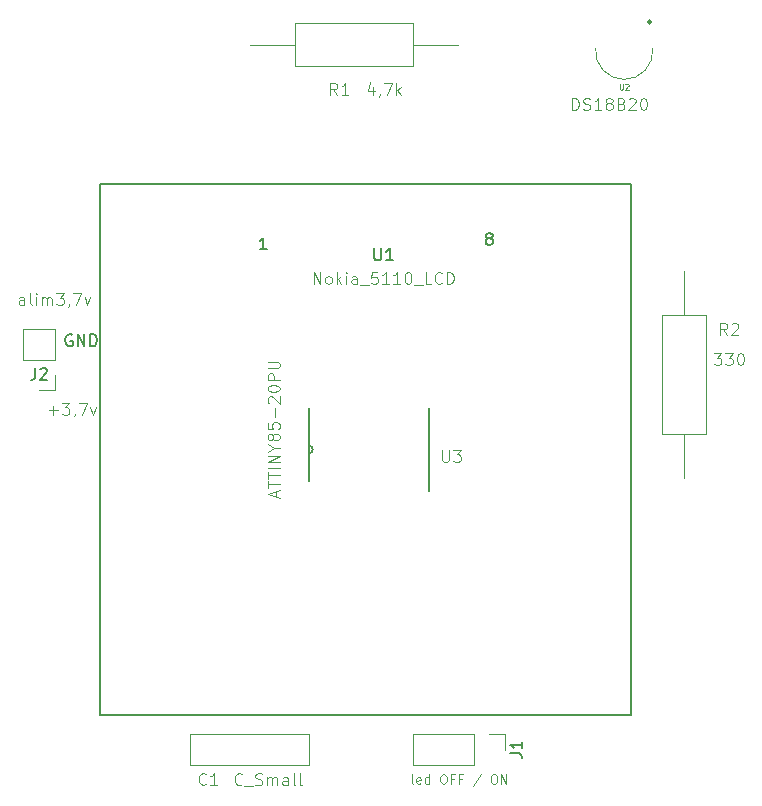
<source format=gto>
G04 #@! TF.FileFunction,Legend,Top*
%FSLAX46Y46*%
G04 Gerber Fmt 4.6, Leading zero omitted, Abs format (unit mm)*
G04 Created by KiCad (PCBNEW 4.0.7) date Sunday 09 February 2020 'à' 15:54:51*
%MOMM*%
%LPD*%
G01*
G04 APERTURE LIST*
%ADD10C,0.100000*%
%ADD11C,0.150000*%
%ADD12C,0.120000*%
%ADD13C,0.152400*%
%ADD14C,0.250000*%
%ADD15C,0.050000*%
G04 APERTURE END LIST*
D10*
X91364286Y-87991905D02*
X91288095Y-87953810D01*
X91250000Y-87877619D01*
X91250000Y-87191905D01*
X91973810Y-87953810D02*
X91897620Y-87991905D01*
X91745239Y-87991905D01*
X91669048Y-87953810D01*
X91630953Y-87877619D01*
X91630953Y-87572857D01*
X91669048Y-87496667D01*
X91745239Y-87458571D01*
X91897620Y-87458571D01*
X91973810Y-87496667D01*
X92011905Y-87572857D01*
X92011905Y-87649048D01*
X91630953Y-87725238D01*
X92697619Y-87991905D02*
X92697619Y-87191905D01*
X92697619Y-87953810D02*
X92621429Y-87991905D01*
X92469048Y-87991905D01*
X92392857Y-87953810D01*
X92354762Y-87915714D01*
X92316667Y-87839524D01*
X92316667Y-87610952D01*
X92354762Y-87534762D01*
X92392857Y-87496667D01*
X92469048Y-87458571D01*
X92621429Y-87458571D01*
X92697619Y-87496667D01*
X93840477Y-87191905D02*
X93992858Y-87191905D01*
X94069049Y-87230000D01*
X94145239Y-87306190D01*
X94183334Y-87458571D01*
X94183334Y-87725238D01*
X94145239Y-87877619D01*
X94069049Y-87953810D01*
X93992858Y-87991905D01*
X93840477Y-87991905D01*
X93764287Y-87953810D01*
X93688096Y-87877619D01*
X93650001Y-87725238D01*
X93650001Y-87458571D01*
X93688096Y-87306190D01*
X93764287Y-87230000D01*
X93840477Y-87191905D01*
X94792858Y-87572857D02*
X94526191Y-87572857D01*
X94526191Y-87991905D02*
X94526191Y-87191905D01*
X94907144Y-87191905D01*
X95478572Y-87572857D02*
X95211905Y-87572857D01*
X95211905Y-87991905D02*
X95211905Y-87191905D01*
X95592858Y-87191905D01*
X97078572Y-87153810D02*
X96392857Y-88182381D01*
X98107143Y-87191905D02*
X98259524Y-87191905D01*
X98335715Y-87230000D01*
X98411905Y-87306190D01*
X98450000Y-87458571D01*
X98450000Y-87725238D01*
X98411905Y-87877619D01*
X98335715Y-87953810D01*
X98259524Y-87991905D01*
X98107143Y-87991905D01*
X98030953Y-87953810D01*
X97954762Y-87877619D01*
X97916667Y-87725238D01*
X97916667Y-87458571D01*
X97954762Y-87306190D01*
X98030953Y-87230000D01*
X98107143Y-87191905D01*
X98792857Y-87991905D02*
X98792857Y-87191905D01*
X99250000Y-87991905D01*
X99250000Y-87191905D01*
D11*
X62478096Y-49990000D02*
X62382858Y-49942381D01*
X62240001Y-49942381D01*
X62097143Y-49990000D01*
X62001905Y-50085238D01*
X61954286Y-50180476D01*
X61906667Y-50370952D01*
X61906667Y-50513810D01*
X61954286Y-50704286D01*
X62001905Y-50799524D01*
X62097143Y-50894762D01*
X62240001Y-50942381D01*
X62335239Y-50942381D01*
X62478096Y-50894762D01*
X62525715Y-50847143D01*
X62525715Y-50513810D01*
X62335239Y-50513810D01*
X62954286Y-50942381D02*
X62954286Y-49942381D01*
X63525715Y-50942381D01*
X63525715Y-49942381D01*
X64001905Y-50942381D02*
X64001905Y-49942381D01*
X64240000Y-49942381D01*
X64382858Y-49990000D01*
X64478096Y-50085238D01*
X64525715Y-50180476D01*
X64573334Y-50370952D01*
X64573334Y-50513810D01*
X64525715Y-50704286D01*
X64478096Y-50799524D01*
X64382858Y-50894762D01*
X64240000Y-50942381D01*
X64001905Y-50942381D01*
D10*
X60487619Y-56361429D02*
X61249524Y-56361429D01*
X60868572Y-56742381D02*
X60868572Y-55980476D01*
X61630476Y-55742381D02*
X62249524Y-55742381D01*
X61916190Y-56123333D01*
X62059048Y-56123333D01*
X62154286Y-56170952D01*
X62201905Y-56218571D01*
X62249524Y-56313810D01*
X62249524Y-56551905D01*
X62201905Y-56647143D01*
X62154286Y-56694762D01*
X62059048Y-56742381D01*
X61773333Y-56742381D01*
X61678095Y-56694762D01*
X61630476Y-56647143D01*
X62725714Y-56694762D02*
X62725714Y-56742381D01*
X62678095Y-56837619D01*
X62630476Y-56885238D01*
X63059047Y-55742381D02*
X63725714Y-55742381D01*
X63297142Y-56742381D01*
X64011428Y-56075714D02*
X64249523Y-56742381D01*
X64487619Y-56075714D01*
D12*
X81350000Y-23540000D02*
X81350000Y-27260000D01*
X81350000Y-27260000D02*
X91370000Y-27260000D01*
X91370000Y-27260000D02*
X91370000Y-23540000D01*
X91370000Y-23540000D02*
X81350000Y-23540000D01*
X77580000Y-25400000D02*
X81350000Y-25400000D01*
X95140000Y-25400000D02*
X91370000Y-25400000D01*
X116160000Y-48330000D02*
X112440000Y-48330000D01*
X112440000Y-48330000D02*
X112440000Y-58350000D01*
X112440000Y-58350000D02*
X116160000Y-58350000D01*
X116160000Y-58350000D02*
X116160000Y-48330000D01*
X114300000Y-44560000D02*
X114300000Y-48330000D01*
X114300000Y-62120000D02*
X114300000Y-58350000D01*
D13*
X92710000Y-63169800D02*
X92710000Y-56210200D01*
X82550000Y-56210200D02*
X82550000Y-59385200D01*
X82550000Y-59385200D02*
X82550000Y-59994800D01*
X82550000Y-59994800D02*
X82550000Y-62357000D01*
X82550000Y-59385200D02*
G75*
G02X82550000Y-59994800I0J-304800D01*
G01*
D12*
X61020000Y-49470000D02*
X58360000Y-49470000D01*
X61020000Y-52070000D02*
X61020000Y-49470000D01*
X58360000Y-52070000D02*
X58360000Y-49470000D01*
X61020000Y-52070000D02*
X58360000Y-52070000D01*
X61020000Y-53340000D02*
X61020000Y-54670000D01*
X61020000Y-54670000D02*
X59690000Y-54670000D01*
X72450000Y-83780000D02*
X82570000Y-83780000D01*
X72450000Y-86400000D02*
X82570000Y-86400000D01*
X72450000Y-83780000D02*
X72450000Y-86400000D01*
X82570000Y-83780000D02*
X82570000Y-86400000D01*
X91380000Y-83760000D02*
X91380000Y-86420000D01*
X96520000Y-83760000D02*
X91380000Y-83760000D01*
X96520000Y-86420000D02*
X91380000Y-86420000D01*
X96520000Y-83760000D02*
X96520000Y-86420000D01*
X97790000Y-83760000D02*
X99120000Y-83760000D01*
X99120000Y-83760000D02*
X99120000Y-85090000D01*
D14*
X111495000Y-23490250D02*
G75*
G03X111495000Y-23490250I-125000J0D01*
G01*
D12*
X106800000Y-25710250D02*
G75*
G03X111640000Y-25710250I2420000J-218108D01*
G01*
D11*
X64830000Y-82210000D02*
X109830000Y-82210000D01*
X64830000Y-37210000D02*
X64830000Y-82210000D01*
X109830000Y-37210000D02*
X109830000Y-82210000D01*
X64830000Y-37210000D02*
X109830000Y-37210000D01*
D10*
X84923334Y-29662381D02*
X84590000Y-29186190D01*
X84351905Y-29662381D02*
X84351905Y-28662381D01*
X84732858Y-28662381D01*
X84828096Y-28710000D01*
X84875715Y-28757619D01*
X84923334Y-28852857D01*
X84923334Y-28995714D01*
X84875715Y-29090952D01*
X84828096Y-29138571D01*
X84732858Y-29186190D01*
X84351905Y-29186190D01*
X85875715Y-29662381D02*
X85304286Y-29662381D01*
X85590000Y-29662381D02*
X85590000Y-28662381D01*
X85494762Y-28805238D01*
X85399524Y-28900476D01*
X85304286Y-28948095D01*
X87971429Y-28995714D02*
X87971429Y-29662381D01*
X87733333Y-28614762D02*
X87495238Y-29329048D01*
X88114286Y-29329048D01*
X88542857Y-29614762D02*
X88542857Y-29662381D01*
X88495238Y-29757619D01*
X88447619Y-29805238D01*
X88876190Y-28662381D02*
X89542857Y-28662381D01*
X89114285Y-29662381D01*
X89923809Y-29662381D02*
X89923809Y-28662381D01*
X90019047Y-29281429D02*
X90304762Y-29662381D01*
X90304762Y-28995714D02*
X89923809Y-29376667D01*
X117943334Y-49982381D02*
X117610000Y-49506190D01*
X117371905Y-49982381D02*
X117371905Y-48982381D01*
X117752858Y-48982381D01*
X117848096Y-49030000D01*
X117895715Y-49077619D01*
X117943334Y-49172857D01*
X117943334Y-49315714D01*
X117895715Y-49410952D01*
X117848096Y-49458571D01*
X117752858Y-49506190D01*
X117371905Y-49506190D01*
X118324286Y-49077619D02*
X118371905Y-49030000D01*
X118467143Y-48982381D01*
X118705239Y-48982381D01*
X118800477Y-49030000D01*
X118848096Y-49077619D01*
X118895715Y-49172857D01*
X118895715Y-49268095D01*
X118848096Y-49410952D01*
X118276667Y-49982381D01*
X118895715Y-49982381D01*
X116824286Y-51522381D02*
X117443334Y-51522381D01*
X117110000Y-51903333D01*
X117252858Y-51903333D01*
X117348096Y-51950952D01*
X117395715Y-51998571D01*
X117443334Y-52093810D01*
X117443334Y-52331905D01*
X117395715Y-52427143D01*
X117348096Y-52474762D01*
X117252858Y-52522381D01*
X116967143Y-52522381D01*
X116871905Y-52474762D01*
X116824286Y-52427143D01*
X117776667Y-51522381D02*
X118395715Y-51522381D01*
X118062381Y-51903333D01*
X118205239Y-51903333D01*
X118300477Y-51950952D01*
X118348096Y-51998571D01*
X118395715Y-52093810D01*
X118395715Y-52331905D01*
X118348096Y-52427143D01*
X118300477Y-52474762D01*
X118205239Y-52522381D01*
X117919524Y-52522381D01*
X117824286Y-52474762D01*
X117776667Y-52427143D01*
X119014762Y-51522381D02*
X119110001Y-51522381D01*
X119205239Y-51570000D01*
X119252858Y-51617619D01*
X119300477Y-51712857D01*
X119348096Y-51903333D01*
X119348096Y-52141429D01*
X119300477Y-52331905D01*
X119252858Y-52427143D01*
X119205239Y-52474762D01*
X119110001Y-52522381D01*
X119014762Y-52522381D01*
X118919524Y-52474762D01*
X118871905Y-52427143D01*
X118824286Y-52331905D01*
X118776667Y-52141429D01*
X118776667Y-51903333D01*
X118824286Y-51712857D01*
X118871905Y-51617619D01*
X118919524Y-51570000D01*
X119014762Y-51522381D01*
D15*
X93804085Y-59729081D02*
X93804085Y-60538605D01*
X93851704Y-60633843D01*
X93899323Y-60681462D01*
X93994561Y-60729081D01*
X94185038Y-60729081D01*
X94280276Y-60681462D01*
X94327895Y-60633843D01*
X94375514Y-60538605D01*
X94375514Y-59729081D01*
X94756466Y-59729081D02*
X95375514Y-59729081D01*
X95042180Y-60110033D01*
X95185038Y-60110033D01*
X95280276Y-60157652D01*
X95327895Y-60205271D01*
X95375514Y-60300510D01*
X95375514Y-60538605D01*
X95327895Y-60633843D01*
X95280276Y-60681462D01*
X95185038Y-60729081D01*
X94899323Y-60729081D01*
X94804085Y-60681462D01*
X94756466Y-60633843D01*
X79752367Y-63678615D02*
X79752367Y-63202424D01*
X80038081Y-63773853D02*
X79038081Y-63440520D01*
X80038081Y-63107186D01*
X79038081Y-62916710D02*
X79038081Y-62345281D01*
X80038081Y-62630996D02*
X79038081Y-62630996D01*
X79038081Y-62154805D02*
X79038081Y-61583376D01*
X80038081Y-61869091D02*
X79038081Y-61869091D01*
X80038081Y-61250043D02*
X79038081Y-61250043D01*
X80038081Y-60773853D02*
X79038081Y-60773853D01*
X80038081Y-60202424D01*
X79038081Y-60202424D01*
X79561890Y-59535758D02*
X80038081Y-59535758D01*
X79038081Y-59869091D02*
X79561890Y-59535758D01*
X79038081Y-59202424D01*
X79466652Y-58726234D02*
X79419033Y-58821472D01*
X79371414Y-58869091D01*
X79276176Y-58916710D01*
X79228557Y-58916710D01*
X79133319Y-58869091D01*
X79085700Y-58821472D01*
X79038081Y-58726234D01*
X79038081Y-58535757D01*
X79085700Y-58440519D01*
X79133319Y-58392900D01*
X79228557Y-58345281D01*
X79276176Y-58345281D01*
X79371414Y-58392900D01*
X79419033Y-58440519D01*
X79466652Y-58535757D01*
X79466652Y-58726234D01*
X79514271Y-58821472D01*
X79561890Y-58869091D01*
X79657129Y-58916710D01*
X79847605Y-58916710D01*
X79942843Y-58869091D01*
X79990462Y-58821472D01*
X80038081Y-58726234D01*
X80038081Y-58535757D01*
X79990462Y-58440519D01*
X79942843Y-58392900D01*
X79847605Y-58345281D01*
X79657129Y-58345281D01*
X79561890Y-58392900D01*
X79514271Y-58440519D01*
X79466652Y-58535757D01*
X79038081Y-57440519D02*
X79038081Y-57916710D01*
X79514271Y-57964329D01*
X79466652Y-57916710D01*
X79419033Y-57821472D01*
X79419033Y-57583376D01*
X79466652Y-57488138D01*
X79514271Y-57440519D01*
X79609510Y-57392900D01*
X79847605Y-57392900D01*
X79942843Y-57440519D01*
X79990462Y-57488138D01*
X80038081Y-57583376D01*
X80038081Y-57821472D01*
X79990462Y-57916710D01*
X79942843Y-57964329D01*
X79657129Y-56964329D02*
X79657129Y-56202424D01*
X79133319Y-55773853D02*
X79085700Y-55726234D01*
X79038081Y-55630996D01*
X79038081Y-55392900D01*
X79085700Y-55297662D01*
X79133319Y-55250043D01*
X79228557Y-55202424D01*
X79323795Y-55202424D01*
X79466652Y-55250043D01*
X80038081Y-55821472D01*
X80038081Y-55202424D01*
X79038081Y-54583377D02*
X79038081Y-54488138D01*
X79085700Y-54392900D01*
X79133319Y-54345281D01*
X79228557Y-54297662D01*
X79419033Y-54250043D01*
X79657129Y-54250043D01*
X79847605Y-54297662D01*
X79942843Y-54345281D01*
X79990462Y-54392900D01*
X80038081Y-54488138D01*
X80038081Y-54583377D01*
X79990462Y-54678615D01*
X79942843Y-54726234D01*
X79847605Y-54773853D01*
X79657129Y-54821472D01*
X79419033Y-54821472D01*
X79228557Y-54773853D01*
X79133319Y-54726234D01*
X79085700Y-54678615D01*
X79038081Y-54583377D01*
X80038081Y-53821472D02*
X79038081Y-53821472D01*
X79038081Y-53440519D01*
X79085700Y-53345281D01*
X79133319Y-53297662D01*
X79228557Y-53250043D01*
X79371414Y-53250043D01*
X79466652Y-53297662D01*
X79514271Y-53345281D01*
X79561890Y-53440519D01*
X79561890Y-53821472D01*
X79038081Y-52821472D02*
X79847605Y-52821472D01*
X79942843Y-52773853D01*
X79990462Y-52726234D01*
X80038081Y-52630996D01*
X80038081Y-52440519D01*
X79990462Y-52345281D01*
X79942843Y-52297662D01*
X79847605Y-52250043D01*
X79038081Y-52250043D01*
D11*
X59356667Y-52792381D02*
X59356667Y-53506667D01*
X59309047Y-53649524D01*
X59213809Y-53744762D01*
X59070952Y-53792381D01*
X58975714Y-53792381D01*
X59785238Y-52887619D02*
X59832857Y-52840000D01*
X59928095Y-52792381D01*
X60166191Y-52792381D01*
X60261429Y-52840000D01*
X60309048Y-52887619D01*
X60356667Y-52982857D01*
X60356667Y-53078095D01*
X60309048Y-53220952D01*
X59737619Y-53792381D01*
X60356667Y-53792381D01*
D10*
X58436191Y-47442381D02*
X58436191Y-46918571D01*
X58388572Y-46823333D01*
X58293334Y-46775714D01*
X58102857Y-46775714D01*
X58007619Y-46823333D01*
X58436191Y-47394762D02*
X58340953Y-47442381D01*
X58102857Y-47442381D01*
X58007619Y-47394762D01*
X57960000Y-47299524D01*
X57960000Y-47204286D01*
X58007619Y-47109048D01*
X58102857Y-47061429D01*
X58340953Y-47061429D01*
X58436191Y-47013810D01*
X59055238Y-47442381D02*
X58960000Y-47394762D01*
X58912381Y-47299524D01*
X58912381Y-46442381D01*
X59436191Y-47442381D02*
X59436191Y-46775714D01*
X59436191Y-46442381D02*
X59388572Y-46490000D01*
X59436191Y-46537619D01*
X59483810Y-46490000D01*
X59436191Y-46442381D01*
X59436191Y-46537619D01*
X59912381Y-47442381D02*
X59912381Y-46775714D01*
X59912381Y-46870952D02*
X59960000Y-46823333D01*
X60055238Y-46775714D01*
X60198096Y-46775714D01*
X60293334Y-46823333D01*
X60340953Y-46918571D01*
X60340953Y-47442381D01*
X60340953Y-46918571D02*
X60388572Y-46823333D01*
X60483810Y-46775714D01*
X60626667Y-46775714D01*
X60721905Y-46823333D01*
X60769524Y-46918571D01*
X60769524Y-47442381D01*
X61150476Y-46442381D02*
X61769524Y-46442381D01*
X61436190Y-46823333D01*
X61579048Y-46823333D01*
X61674286Y-46870952D01*
X61721905Y-46918571D01*
X61769524Y-47013810D01*
X61769524Y-47251905D01*
X61721905Y-47347143D01*
X61674286Y-47394762D01*
X61579048Y-47442381D01*
X61293333Y-47442381D01*
X61198095Y-47394762D01*
X61150476Y-47347143D01*
X62245714Y-47394762D02*
X62245714Y-47442381D01*
X62198095Y-47537619D01*
X62150476Y-47585238D01*
X62579047Y-46442381D02*
X63245714Y-46442381D01*
X62817142Y-47442381D01*
X63531428Y-46775714D02*
X63769523Y-47442381D01*
X64007619Y-46775714D01*
X73803334Y-87987143D02*
X73755715Y-88034762D01*
X73612858Y-88082381D01*
X73517620Y-88082381D01*
X73374762Y-88034762D01*
X73279524Y-87939524D01*
X73231905Y-87844286D01*
X73184286Y-87653810D01*
X73184286Y-87510952D01*
X73231905Y-87320476D01*
X73279524Y-87225238D01*
X73374762Y-87130000D01*
X73517620Y-87082381D01*
X73612858Y-87082381D01*
X73755715Y-87130000D01*
X73803334Y-87177619D01*
X74755715Y-88082381D02*
X74184286Y-88082381D01*
X74470000Y-88082381D02*
X74470000Y-87082381D01*
X74374762Y-87225238D01*
X74279524Y-87320476D01*
X74184286Y-87368095D01*
X76859524Y-88007143D02*
X76811905Y-88054762D01*
X76669048Y-88102381D01*
X76573810Y-88102381D01*
X76430952Y-88054762D01*
X76335714Y-87959524D01*
X76288095Y-87864286D01*
X76240476Y-87673810D01*
X76240476Y-87530952D01*
X76288095Y-87340476D01*
X76335714Y-87245238D01*
X76430952Y-87150000D01*
X76573810Y-87102381D01*
X76669048Y-87102381D01*
X76811905Y-87150000D01*
X76859524Y-87197619D01*
X77050000Y-88197619D02*
X77811905Y-88197619D01*
X78002381Y-88054762D02*
X78145238Y-88102381D01*
X78383334Y-88102381D01*
X78478572Y-88054762D01*
X78526191Y-88007143D01*
X78573810Y-87911905D01*
X78573810Y-87816667D01*
X78526191Y-87721429D01*
X78478572Y-87673810D01*
X78383334Y-87626190D01*
X78192857Y-87578571D01*
X78097619Y-87530952D01*
X78050000Y-87483333D01*
X78002381Y-87388095D01*
X78002381Y-87292857D01*
X78050000Y-87197619D01*
X78097619Y-87150000D01*
X78192857Y-87102381D01*
X78430953Y-87102381D01*
X78573810Y-87150000D01*
X79002381Y-88102381D02*
X79002381Y-87435714D01*
X79002381Y-87530952D02*
X79050000Y-87483333D01*
X79145238Y-87435714D01*
X79288096Y-87435714D01*
X79383334Y-87483333D01*
X79430953Y-87578571D01*
X79430953Y-88102381D01*
X79430953Y-87578571D02*
X79478572Y-87483333D01*
X79573810Y-87435714D01*
X79716667Y-87435714D01*
X79811905Y-87483333D01*
X79859524Y-87578571D01*
X79859524Y-88102381D01*
X80764286Y-88102381D02*
X80764286Y-87578571D01*
X80716667Y-87483333D01*
X80621429Y-87435714D01*
X80430952Y-87435714D01*
X80335714Y-87483333D01*
X80764286Y-88054762D02*
X80669048Y-88102381D01*
X80430952Y-88102381D01*
X80335714Y-88054762D01*
X80288095Y-87959524D01*
X80288095Y-87864286D01*
X80335714Y-87769048D01*
X80430952Y-87721429D01*
X80669048Y-87721429D01*
X80764286Y-87673810D01*
X81383333Y-88102381D02*
X81288095Y-88054762D01*
X81240476Y-87959524D01*
X81240476Y-87102381D01*
X81907143Y-88102381D02*
X81811905Y-88054762D01*
X81764286Y-87959524D01*
X81764286Y-87102381D01*
D11*
X99572381Y-85423333D02*
X100286667Y-85423333D01*
X100429524Y-85470953D01*
X100524762Y-85566191D01*
X100572381Y-85709048D01*
X100572381Y-85804286D01*
X100572381Y-84423333D02*
X100572381Y-84994762D01*
X100572381Y-84709048D02*
X99572381Y-84709048D01*
X99715238Y-84804286D01*
X99810476Y-84899524D01*
X99858095Y-84994762D01*
D15*
X108834077Y-28740044D02*
X108834077Y-29129368D01*
X108856979Y-29175171D01*
X108879880Y-29198072D01*
X108925683Y-29220974D01*
X109017289Y-29220974D01*
X109063091Y-29198072D01*
X109085993Y-29175171D01*
X109108894Y-29129368D01*
X109108894Y-28740044D01*
X109315007Y-28785846D02*
X109337908Y-28762945D01*
X109383711Y-28740044D01*
X109498218Y-28740044D01*
X109544021Y-28762945D01*
X109566922Y-28785846D01*
X109589824Y-28831649D01*
X109589824Y-28877452D01*
X109566922Y-28946156D01*
X109292105Y-29220974D01*
X109589824Y-29220974D01*
D10*
X104807143Y-30932381D02*
X104807143Y-29932381D01*
X105045238Y-29932381D01*
X105188096Y-29980000D01*
X105283334Y-30075238D01*
X105330953Y-30170476D01*
X105378572Y-30360952D01*
X105378572Y-30503810D01*
X105330953Y-30694286D01*
X105283334Y-30789524D01*
X105188096Y-30884762D01*
X105045238Y-30932381D01*
X104807143Y-30932381D01*
X105759524Y-30884762D02*
X105902381Y-30932381D01*
X106140477Y-30932381D01*
X106235715Y-30884762D01*
X106283334Y-30837143D01*
X106330953Y-30741905D01*
X106330953Y-30646667D01*
X106283334Y-30551429D01*
X106235715Y-30503810D01*
X106140477Y-30456190D01*
X105950000Y-30408571D01*
X105854762Y-30360952D01*
X105807143Y-30313333D01*
X105759524Y-30218095D01*
X105759524Y-30122857D01*
X105807143Y-30027619D01*
X105854762Y-29980000D01*
X105950000Y-29932381D01*
X106188096Y-29932381D01*
X106330953Y-29980000D01*
X107283334Y-30932381D02*
X106711905Y-30932381D01*
X106997619Y-30932381D02*
X106997619Y-29932381D01*
X106902381Y-30075238D01*
X106807143Y-30170476D01*
X106711905Y-30218095D01*
X107854762Y-30360952D02*
X107759524Y-30313333D01*
X107711905Y-30265714D01*
X107664286Y-30170476D01*
X107664286Y-30122857D01*
X107711905Y-30027619D01*
X107759524Y-29980000D01*
X107854762Y-29932381D01*
X108045239Y-29932381D01*
X108140477Y-29980000D01*
X108188096Y-30027619D01*
X108235715Y-30122857D01*
X108235715Y-30170476D01*
X108188096Y-30265714D01*
X108140477Y-30313333D01*
X108045239Y-30360952D01*
X107854762Y-30360952D01*
X107759524Y-30408571D01*
X107711905Y-30456190D01*
X107664286Y-30551429D01*
X107664286Y-30741905D01*
X107711905Y-30837143D01*
X107759524Y-30884762D01*
X107854762Y-30932381D01*
X108045239Y-30932381D01*
X108140477Y-30884762D01*
X108188096Y-30837143D01*
X108235715Y-30741905D01*
X108235715Y-30551429D01*
X108188096Y-30456190D01*
X108140477Y-30408571D01*
X108045239Y-30360952D01*
X108997620Y-30408571D02*
X109140477Y-30456190D01*
X109188096Y-30503810D01*
X109235715Y-30599048D01*
X109235715Y-30741905D01*
X109188096Y-30837143D01*
X109140477Y-30884762D01*
X109045239Y-30932381D01*
X108664286Y-30932381D01*
X108664286Y-29932381D01*
X108997620Y-29932381D01*
X109092858Y-29980000D01*
X109140477Y-30027619D01*
X109188096Y-30122857D01*
X109188096Y-30218095D01*
X109140477Y-30313333D01*
X109092858Y-30360952D01*
X108997620Y-30408571D01*
X108664286Y-30408571D01*
X109616667Y-30027619D02*
X109664286Y-29980000D01*
X109759524Y-29932381D01*
X109997620Y-29932381D01*
X110092858Y-29980000D01*
X110140477Y-30027619D01*
X110188096Y-30122857D01*
X110188096Y-30218095D01*
X110140477Y-30360952D01*
X109569048Y-30932381D01*
X110188096Y-30932381D01*
X110807143Y-29932381D02*
X110902382Y-29932381D01*
X110997620Y-29980000D01*
X111045239Y-30027619D01*
X111092858Y-30122857D01*
X111140477Y-30313333D01*
X111140477Y-30551429D01*
X111092858Y-30741905D01*
X111045239Y-30837143D01*
X110997620Y-30884762D01*
X110902382Y-30932381D01*
X110807143Y-30932381D01*
X110711905Y-30884762D01*
X110664286Y-30837143D01*
X110616667Y-30741905D01*
X110569048Y-30551429D01*
X110569048Y-30313333D01*
X110616667Y-30122857D01*
X110664286Y-30027619D01*
X110711905Y-29980000D01*
X110807143Y-29932381D01*
D11*
X88068095Y-42662381D02*
X88068095Y-43471905D01*
X88115714Y-43567143D01*
X88163333Y-43614762D01*
X88258571Y-43662381D01*
X88449048Y-43662381D01*
X88544286Y-43614762D01*
X88591905Y-43567143D01*
X88639524Y-43471905D01*
X88639524Y-42662381D01*
X89639524Y-43662381D02*
X89068095Y-43662381D01*
X89353809Y-43662381D02*
X89353809Y-42662381D01*
X89258571Y-42805238D01*
X89163333Y-42900476D01*
X89068095Y-42948095D01*
D10*
X82925238Y-45662381D02*
X82925238Y-44662381D01*
X83496667Y-45662381D01*
X83496667Y-44662381D01*
X84115714Y-45662381D02*
X84020476Y-45614762D01*
X83972857Y-45567143D01*
X83925238Y-45471905D01*
X83925238Y-45186190D01*
X83972857Y-45090952D01*
X84020476Y-45043333D01*
X84115714Y-44995714D01*
X84258572Y-44995714D01*
X84353810Y-45043333D01*
X84401429Y-45090952D01*
X84449048Y-45186190D01*
X84449048Y-45471905D01*
X84401429Y-45567143D01*
X84353810Y-45614762D01*
X84258572Y-45662381D01*
X84115714Y-45662381D01*
X84877619Y-45662381D02*
X84877619Y-44662381D01*
X84972857Y-45281429D02*
X85258572Y-45662381D01*
X85258572Y-44995714D02*
X84877619Y-45376667D01*
X85687143Y-45662381D02*
X85687143Y-44995714D01*
X85687143Y-44662381D02*
X85639524Y-44710000D01*
X85687143Y-44757619D01*
X85734762Y-44710000D01*
X85687143Y-44662381D01*
X85687143Y-44757619D01*
X86591905Y-45662381D02*
X86591905Y-45138571D01*
X86544286Y-45043333D01*
X86449048Y-44995714D01*
X86258571Y-44995714D01*
X86163333Y-45043333D01*
X86591905Y-45614762D02*
X86496667Y-45662381D01*
X86258571Y-45662381D01*
X86163333Y-45614762D01*
X86115714Y-45519524D01*
X86115714Y-45424286D01*
X86163333Y-45329048D01*
X86258571Y-45281429D01*
X86496667Y-45281429D01*
X86591905Y-45233810D01*
X86830000Y-45757619D02*
X87591905Y-45757619D01*
X88306191Y-44662381D02*
X87830000Y-44662381D01*
X87782381Y-45138571D01*
X87830000Y-45090952D01*
X87925238Y-45043333D01*
X88163334Y-45043333D01*
X88258572Y-45090952D01*
X88306191Y-45138571D01*
X88353810Y-45233810D01*
X88353810Y-45471905D01*
X88306191Y-45567143D01*
X88258572Y-45614762D01*
X88163334Y-45662381D01*
X87925238Y-45662381D01*
X87830000Y-45614762D01*
X87782381Y-45567143D01*
X89306191Y-45662381D02*
X88734762Y-45662381D01*
X89020476Y-45662381D02*
X89020476Y-44662381D01*
X88925238Y-44805238D01*
X88830000Y-44900476D01*
X88734762Y-44948095D01*
X90258572Y-45662381D02*
X89687143Y-45662381D01*
X89972857Y-45662381D02*
X89972857Y-44662381D01*
X89877619Y-44805238D01*
X89782381Y-44900476D01*
X89687143Y-44948095D01*
X90877619Y-44662381D02*
X90972858Y-44662381D01*
X91068096Y-44710000D01*
X91115715Y-44757619D01*
X91163334Y-44852857D01*
X91210953Y-45043333D01*
X91210953Y-45281429D01*
X91163334Y-45471905D01*
X91115715Y-45567143D01*
X91068096Y-45614762D01*
X90972858Y-45662381D01*
X90877619Y-45662381D01*
X90782381Y-45614762D01*
X90734762Y-45567143D01*
X90687143Y-45471905D01*
X90639524Y-45281429D01*
X90639524Y-45043333D01*
X90687143Y-44852857D01*
X90734762Y-44757619D01*
X90782381Y-44710000D01*
X90877619Y-44662381D01*
X91401429Y-45757619D02*
X92163334Y-45757619D01*
X92877620Y-45662381D02*
X92401429Y-45662381D01*
X92401429Y-44662381D01*
X93782382Y-45567143D02*
X93734763Y-45614762D01*
X93591906Y-45662381D01*
X93496668Y-45662381D01*
X93353810Y-45614762D01*
X93258572Y-45519524D01*
X93210953Y-45424286D01*
X93163334Y-45233810D01*
X93163334Y-45090952D01*
X93210953Y-44900476D01*
X93258572Y-44805238D01*
X93353810Y-44710000D01*
X93496668Y-44662381D01*
X93591906Y-44662381D01*
X93734763Y-44710000D01*
X93782382Y-44757619D01*
X94210953Y-45662381D02*
X94210953Y-44662381D01*
X94449048Y-44662381D01*
X94591906Y-44710000D01*
X94687144Y-44805238D01*
X94734763Y-44900476D01*
X94782382Y-45090952D01*
X94782382Y-45233810D01*
X94734763Y-45424286D01*
X94687144Y-45519524D01*
X94591906Y-45614762D01*
X94449048Y-45662381D01*
X94210953Y-45662381D01*
D11*
X97694762Y-41790952D02*
X97599524Y-41743333D01*
X97551905Y-41695714D01*
X97504286Y-41600476D01*
X97504286Y-41552857D01*
X97551905Y-41457619D01*
X97599524Y-41410000D01*
X97694762Y-41362381D01*
X97885239Y-41362381D01*
X97980477Y-41410000D01*
X98028096Y-41457619D01*
X98075715Y-41552857D01*
X98075715Y-41600476D01*
X98028096Y-41695714D01*
X97980477Y-41743333D01*
X97885239Y-41790952D01*
X97694762Y-41790952D01*
X97599524Y-41838571D01*
X97551905Y-41886190D01*
X97504286Y-41981429D01*
X97504286Y-42171905D01*
X97551905Y-42267143D01*
X97599524Y-42314762D01*
X97694762Y-42362381D01*
X97885239Y-42362381D01*
X97980477Y-42314762D01*
X98028096Y-42267143D01*
X98075715Y-42171905D01*
X98075715Y-41981429D01*
X98028096Y-41886190D01*
X97980477Y-41838571D01*
X97885239Y-41790952D01*
X78955715Y-42742381D02*
X78384286Y-42742381D01*
X78670000Y-42742381D02*
X78670000Y-41742381D01*
X78574762Y-41885238D01*
X78479524Y-41980476D01*
X78384286Y-42028095D01*
M02*

</source>
